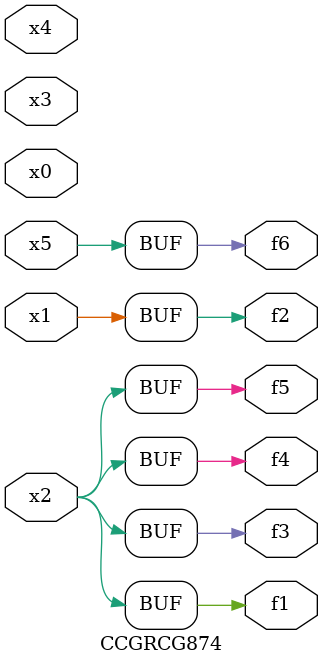
<source format=v>
module CCGRCG874(
	input x0, x1, x2, x3, x4, x5,
	output f1, f2, f3, f4, f5, f6
);
	assign f1 = x2;
	assign f2 = x1;
	assign f3 = x2;
	assign f4 = x2;
	assign f5 = x2;
	assign f6 = x5;
endmodule

</source>
